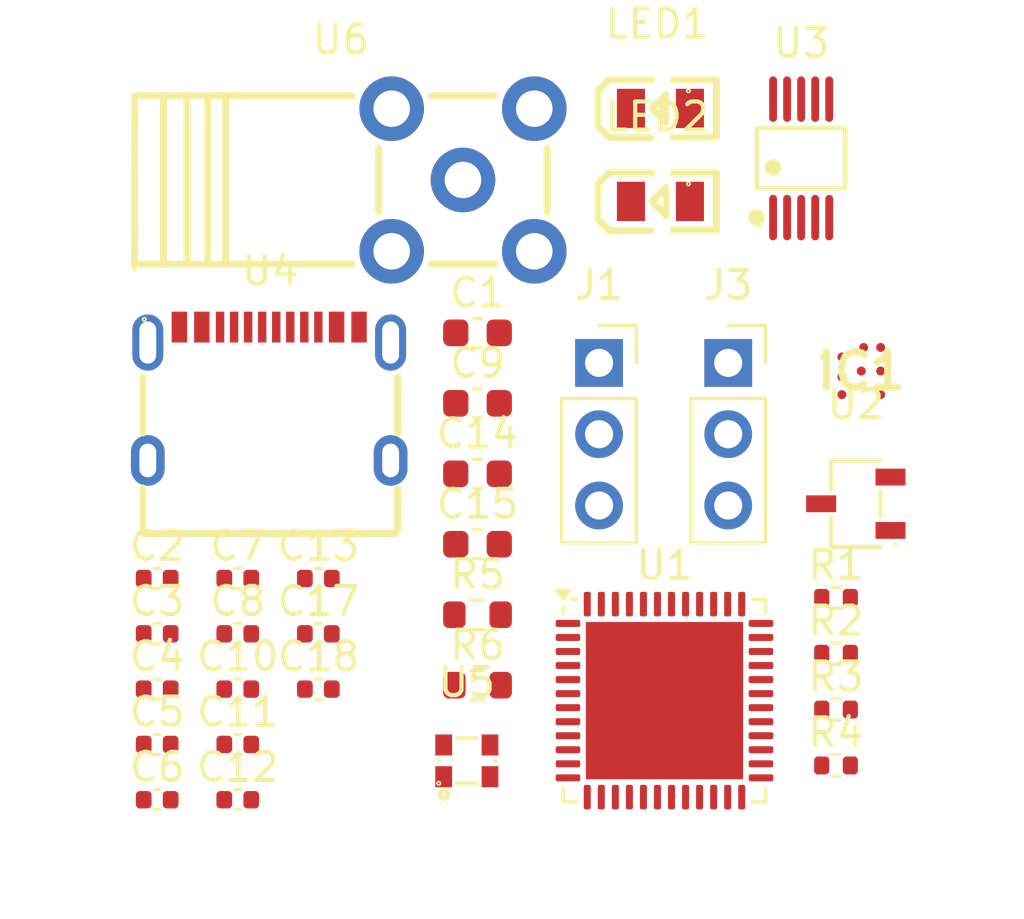
<source format=kicad_pcb>
(kicad_pcb (version 20240108) (generator "pcbnew") (generator_version "8.0")
  (layers (0 "F.Cu" signal) (31 "B.Cu" signal) (34 "B.Paste" user) (35 "F.Paste" user) (36 "B.SilkS" user "B.Silkscreen") (37 "F.SilkS" user "F.Silkscreen") (38 "B.Mask" user) (39 "F.Mask" user) (44 "Edge.Cuts" user))
  (net 0 "")
  (net 1 "+1V5")
  (net 2 "GND")
  (net 3 "+3.3V")
  (net 4 "/RESET")
  (net 5 "+5V")
  (net 6 "/PB0-VDD_TCXO")
  (net 7 "Net-(C18-Pad1)")
  (net 8 "/OSC_IN")
  (net 11 "/RFI-")
  (net 12 "Net-(IC1-RFI_IN)")
  (net 13 "/RFI+")
  (net 14 "/JTCK{slash}SWCLK")
  (net 15 "/JTMS{slash}SWDIO")
  (net 16 "/USART1_TX")
  (net 17 "/USART1_RX")
  (net 18 "Net-(LED1-A)")
  (net 19 "Net-(LED2-A)")
  (net 20 "Net-(U4-CC1)")
  (net 21 "Net-(U4-CC2)")
  (net 22 "/BOOT0")
  (net 23 "Net-(U5-OUT)")
  (net 24 "/TIM1_CH1_LED_2")
  (net 25 "/TIM1_CH1_LED_1")
  (net 30 "/USART2_RX")
  (net 38 "/USART2_TX")
  (net 39 "/TIM1_CH2_LED_2")
  (net 54 "USBD+")
  (net 55 "USBD-")
  (footprint "Capacitor_SMD:C_0402_1005Metric" (layer "F.Cu") (at 107.98 99.02)
    (property "Reference" "C12" (at 0 -1.16 0) (layer "F.SilkS"))
    (property "Value" "100nF")
    (fp_line (start -0.107836 -0.36) (end 0.107836 -0.36) (stroke (width 0.12)) (layer "F.SilkS"))
    (fp_line (start -0.107836 0.36) (end 0.107836 0.36) (stroke (width 0.12)) (layer "F.SilkS"))
    (pad "1" smd roundrect (at -0.48 0) (size 0.56 0.62) (layers "F.Cu" "F.Paste" "F.Mask") (net 2 "GND"))
    (pad "2" smd roundrect (at 0.48 0) (size 0.56 0.62) (layers "F.Cu" "F.Paste" "F.Mask") (net 3 "+3.3V"))
  )
  (footprint "jlc:ANT-TH_KH-SMA-K513-G" (layer "F.Cu") (at 116.002025 76.945005)
    (property "Reference" "U6" (at -4.350013 -5 0) (layer "F.SilkS"))
    (property "Value" "KH-SMA-K513-G")
    (fp_line (start -11.7 3) (end -11.7 2.830023) (stroke (width 0.254001)) (layer "F.SilkS"))
    (fp_line (start -11.689992 -2.98001) (end -11.700025 2.830023) (stroke (width 0.254001)) (layer "F.SilkS"))
    (fp_line (start -11.500025 -3) (end -3.947777 -3) (stroke (width 0.254001)) (layer "F.SilkS"))
    (fp_line (start -11.500025 3) (end -11.7 3) (stroke (width 0.254001)) (layer "F.SilkS"))
    (fp_line (start -11.500025 3) (end -3.947777 3) (stroke (width 0.254001)) (layer "F.SilkS"))
    (fp_line (start -11.361468 -3) (end -11.689992 -3) (stroke (width 0.254001)) (layer "F.SilkS"))
    (fp_line (start -10.668021 -3) (end -10.668021 3) (stroke (width 0.254001)) (layer "F.SilkS"))
    (fp_line (start -9.966294 -3) (end -9.573025 -3) (stroke (width 0.254001)) (layer "F.SilkS"))
    (fp_line (start -9.826594 -3) (end -9.826594 3) (stroke (width 0.254001)) (layer "F.SilkS"))
    (fp_line (start -9.089992 -3) (end -9.089992 3) (stroke (width 0.254001)) (layer "F.SilkS"))
    (fp_line (start -8.594717 -3) (end -8.176022 -3) (stroke (width 0.254001)) (layer "F.SilkS"))
    (fp_line (start -8.454991 -3) (end -8.454991 3) (stroke (width 0.254001)) (layer "F.SilkS"))
    (fp_line (start -3 1.132233) (end -3 -1.132233) (stroke (width 0.254001)) (layer "F.SilkS"))
    (fp_line (start -1.132233 -3) (end 1.132233 -3) (stroke (width 0.254001)) (layer "F.SilkS"))
    (fp_line (start 1.132233 3) (end -1.132233 3) (stroke (width 0.254001)) (layer "F.SilkS"))
    (fp_line (start 3 -1.132233) (end 3 1.132233) (stroke (width 0.254001)) (layer "F.SilkS"))
    (fp_circle (center -11.700025 3.180086) (end -11.670053 3.180086) (stroke (width 0.059995)) (fill none) (layer "F.SilkS"))
    (pad "1" thru_hole circle (at -2.540005 2.540005) (size 2.3 2.3) (drill 1.300025) (layers "*.Cu" "*.Mask") (net 2 "GND"))
    (pad "2" thru_hole circle (at -2.540005 -2.540005) (size 2.3 2.3) (drill 1.300025) (layers "*.Cu" "*.Mask") (net 2 "GND"))
    (pad "3" thru_hole circle (at 2.540005 -2.540005) (size 2.3 2.3) (drill 1.300025) (layers "*.Cu" "*.Mask") (net 2 "GND"))
    (pad "4" thru_hole circle (at 2.540005 2.540005) (size 2.3 2.3) (drill 1.300025) (layers "*.Cu" "*.Mask") (net 2 "GND"))
    (pad "5" thru_hole circle (at 0 0) (size 2.3 2.3) (drill 1.300025) (layers "*.Cu" "*.Mask") (net 12 "Net-(IC1-RFI_IN)"))
  )
  (footprint "Capacitor_SMD:C_0603_1608Metric" (layer "F.Cu") (at 116.52 89.92)
    (property "Reference" "C15" (at 0 -1.43 0) (layer "F.SilkS"))
    (property "Value" "1uF")
    (fp_line (start -0.14058 -0.51) (end 0.14058 -0.51) (stroke (width 0.12)) (layer "F.SilkS"))
    (fp_line (start -0.14058 0.51) (end 0.14058 0.51) (stroke (width 0.12)) (layer "F.SilkS"))
    (pad "1" smd roundrect (at -0.775 0) (size 0.9 0.95) (layers "F.Cu" "F.Paste" "F.Mask") (net 5 "+5V"))
    (pad "2" smd roundrect (at 0.775 0) (size 0.9 0.95) (layers "F.Cu" "F.Paste" "F.Mask") (net 2 "GND"))
  )
  (footprint "Connector_PinSocket_2.54mm:PinSocket_1x03_P2.54mm_Vertical" (layer "F.Cu") (at 125.45 83.46)
    (property "Reference" "J3" (at 0 -2.77 0) (layer "F.SilkS"))
    (property "Value" "Conn_01x03_Pin")
    (fp_line (start -1.33 1.27) (end -1.33 6.41) (stroke (width 0.12)) (layer "F.SilkS"))
    (fp_line (start -1.33 1.27) (end 1.33 1.27) (stroke (width 0.12)) (layer "F.SilkS"))
    (fp_line (start -1.33 6.41) (end 1.33 6.41) (stroke (width 0.12)) (layer "F.SilkS"))
    (fp_line (start 0 -1.33) (end 1.33 -1.33) (stroke (width 0.12)) (layer "F.SilkS"))
    (fp_line (start 1.33 -1.33) (end 1.33 0) (stroke (width 0.12)) (layer "F.SilkS"))
    (fp_line (start 1.33 1.27) (end 1.33 6.41) (stroke (width 0.12)) (layer "F.SilkS"))
    (pad "1" thru_hole rect (at 0 0) (size 1.7 1.7) (drill 1) (layers "*.Cu" "*.Mask") (net 2 "GND"))
    (pad "2" thru_hole oval (at 0 2.54) (size 1.7 1.7) (drill 1) (layers "*.Cu" "*.Mask") (net 17 "/USART1_RX"))
    (pad "3" thru_hole oval (at 0 5.08) (size 1.7 1.7) (drill 1) (layers "*.Cu" "*.Mask") (net 16 "/USART1_TX"))
  )
  (footprint "Capacitor_SMD:C_0402_1005Metric" (layer "F.Cu") (at 110.85 93.11)
    (property "Reference" "C17" (at 0 -1.16 0) (layer "F.SilkS"))
    (property "Value" "10nF")
    (fp_line (start -0.107836 -0.36) (end 0.107836 -0.36) (stroke (width 0.12)) (layer "F.SilkS"))
    (fp_line (start -0.107836 0.36) (end 0.107836 0.36) (stroke (width 0.12)) (layer "F.SilkS"))
    (pad "1" smd roundrect (at -0.48 0) (size 0.56 0.62) (layers "F.Cu" "F.Paste" "F.Mask") (net 2 "GND"))
    (pad "2" smd roundrect (at 0.48 0) (size 0.56 0.62) (layers "F.Cu" "F.Paste" "F.Mask") (net 6 "/PB0-VDD_TCXO"))
  )
  (footprint "jlc:USB-C-SMD_TYPE-C-6PIN-2MD-073" (layer "F.Cu") (at 109.099994 84.560032)
    (property "Reference" "U4" (at 0.036081 -4.375032 0) (layer "F.SilkS"))
    (property "Value" "TYPE-C_16PIN_2MD(073)")
    (fp_line (start -4.499924 1.393828) (end -4.499924 -0.593904) (stroke (width 0.254001)) (layer "F.SilkS"))
    (fp_line (start -4.499924 4.974981) (end -4.499924 3.356134) (stroke (width 0.254001)) (layer "F.SilkS"))
    (fp_line (start 4.500076 4.974981) (end -4.499924 4.974981) (stroke (width 0.254001)) (layer "F.SilkS"))
    (fp_line (start 4.572085 1.396952) (end 4.572085 -0.597003) (stroke (width 0.254001)) (layer "F.SilkS"))
    (fp_line (start 4.572085 4.825984) (end 4.572085 3.35301) (stroke (width 0.254001)) (layer "F.SilkS"))
    (fp_circle (center -4.449962 -2.649098) (end -4.41999 -2.649098) (stroke (width 0.059995)) (fill none) (layer "F.SilkS"))
    (pad "" np_thru_hole circle (at -2.889891 -1.304928) (size 0.700025 0.700025) (drill 0.700025) (layers "*.Cu" "*.Mask"))
    (pad "" np_thru_hole circle (at 2.890145 -1.304928) (size 0.700025 0.700025) (drill 0.700025) (layers "*.Cu" "*.Mask"))
    (pad "1" smd rect (at -3.200025 -2.375032) (size 0.550013 1.1) (layers "F.Cu" "F.Paste" "F.Mask") (net 2 "GND"))
    (pad "2" smd rect (at -2.399924 -2.375032) (size 0.550013 1.1) (layers "F.Cu" "F.Paste" "F.Mask") (net 5 "+5V"))
    (pad "3" smd rect (at -1.749936 -2.375032) (size 0.3 1.1) (layers "F.Cu" "F.Paste" "F.Mask"))
    (pad "4" smd rect (at -1.249809 -2.375032) (size 0.3 1.1) (layers "F.Cu" "F.Paste" "F.Mask") (net 20 "Net-(U4-CC1)"))
    (pad "5" smd rect (at -0.749936 -2.375032) (size 0.3 1.1) (layers "F.Cu" "F.Paste" "F.Mask") (net 55 "USBD-"))
    (pad "6" smd rect (at -0.250064 -2.375032) (size 0.3 1.1) (layers "F.Cu" "F.Paste" "F.Mask") (net 54 "USBD+"))
    (pad "7" smd rect (at 0.250064 -2.375032) (size 0.3 1.1) (layers "F.Cu" "F.Paste" "F.Mask") (net 55 "USBD-"))
    (pad "8" smd rect (at 0.749936 -2.375032) (size 0.3 1.1) (layers "F.Cu" "F.Paste" "F.Mask") (net 54 "USBD+"))
    (pad "9" smd rect (at 1.250064 -2.375032) (size 0.3 1.1) (layers "F.Cu" "F.Paste" "F.Mask"))
    (pad "10" smd rect (at 1.750191 -2.375032) (size 0.3 1.1) (layers "F.Cu" "F.Paste" "F.Mask") (net 21 "Net-(U4-CC2)"))
    (pad "11" smd rect (at 2.400178 -2.375032) (size 0.550013 1.1) (layers "F.Cu" "F.Paste" "F.Mask") (net 5 "+5V"))
    (pad "12" smd rect (at 3.200025 -2.375032) (size 0.550013 1.1) (layers "F.Cu" "F.Paste" "F.Mask") (net 2 "GND"))
    (pad "13" thru_hole oval (at -4.324994 -1.825121) (size 1.1 2) (drill oval 0.6 1.5) (layers "*.Cu" "*.Mask"))
    (pad "13" thru_hole oval (at -4.324994 2.375032) (size 1.2 1.8) (drill oval 0.6 1.2) (layers "*.Cu" "*.Mask"))
    (pad "14" thru_hole oval (at 4.324994 -1.825121) (size 1.1 2) (drill oval 0.6 1.500025) (layers "*.Cu" "*.Mask"))
    (pad "14" thru_hole oval (at 4.324994 2.375032) (size 1.2 1.8) (drill oval 0.6 1.2) (layers "*.Cu" "*.Mask"))
  )
  (footprint "Capacitor_SMD:C_0402_1005Metric" (layer "F.Cu") (at 105.11 93.11)
    (property "Reference" "C3" (at 0 -1.16 0) (layer "F.SilkS"))
    (property "Value" "100nF")
    (fp_line (start -0.107836 -0.36) (end 0.107836 -0.36) (stroke (width 0.12)) (layer "F.SilkS"))
    (fp_line (start -0.107836 0.36) (end 0.107836 0.36) (stroke (width 0.12)) (layer "F.SilkS"))
    (pad "1" smd roundrect (at -0.48 0) (size 0.56 0.62) (layers "F.Cu" "F.Paste" "F.Mask") (net 3 "+3.3V"))
    (pad "2" smd roundrect (at 0.48 0) (size 0.56 0.62) (layers "F.Cu" "F.Paste" "F.Mask") (net 2 "GND"))
  )
  (footprint "jlc:MSOP-10_L3.0-W3.0-P0.50-LS5.0-BL" (layer "F.Cu") (at 128.047443 76.17499)
    (property "Reference" "U3" (at 0 -4.109982 0) (layer "F.SilkS"))
    (property "Value" "CH340X")
    (fp_line (start -1.5762 -1.0714) (end 1.5762 -1.0714) (stroke (width 0.1524)) (layer "F.SilkS"))
    (fp_line (start -1.5762 1.0714) (end -1.5762 -1.0714) (stroke (width 0.1524)) (layer "F.SilkS"))
    (fp_line (start 1.5762 -1.0714) (end 1.5762 1.0714) (stroke (width 0.1524)) (layer "F.SilkS"))
    (fp_line (start 1.5762 1.0714) (end -1.5762 1.0714) (stroke (width 0.1524)) (layer "F.SilkS"))
    (fp_circle (center -1.592329 2.109982) (end -1.442215 2.109982) (stroke (width 0.3)) (fill none) (layer "F.SilkS"))
    (fp_circle (center -1.499873 2.450089) (end -1.469901 2.450089) (stroke (width 0.059995)) (fill none) (layer "F.SilkS"))
    (fp_circle (center -1 0.319025) (end -0.849886 0.319025) (stroke (width 0.3)) (fill none) (layer "F.SilkS"))
    (pad "1" smd oval (at -1 2.109982) (size 0.28001 1.620015) (layers "F.Cu" "F.Paste" "F.Mask") (net 54 "USBD+"))
    (pad "2" smd oval (at -0.499873 2.109982) (size 0.28001 1.620015) (layers "F.Cu" "F.Paste" "F.Mask") (net 55 "USBD-"))
    (pad "3" smd oval (at 0 2.109982) (size 0.28001 1.620015) (layers "F.Cu" "F.Paste" "F.Mask") (net 2 "GND"))
    (pad "4" smd oval (at 0.500127 2.109982) (size 0.28001 1.620015) (layers "F.Cu" "F.Paste" "F.Mask") (net 4 "/RESET"))
    (pad "5" smd oval (at 1 2.109982) (size 0.28001 1.620015) (layers "F.Cu" "F.Paste" "F.Mask"))
    (pad "6" smd oval (at 1 -2.109982) (size 0.28001 1.620015) (layers "F.Cu" "F.Paste" "F.Mask") (net 22 "/BOOT0"))
    (pad "7" smd oval (at 0.500127 -2.109982) (size 0.28001 1.620015) (layers "F.Cu" "F.Paste" "F.Mask") (net 3 "+3.3V"))
    (pad "8" smd oval (at 0 -2.109982) (size 0.28001 1.620015) (layers "F.Cu" "F.Paste" "F.Mask") (net 30 "/USART2_RX"))
    (pad "9" smd oval (at -0.499873 -2.109982) (size 0.28001 1.620015) (layers "F.Cu" "F.Paste" "F.Mask") (net 38 "/USART2_TX"))
    (pad "10" smd oval (at -1 -2.109982) (size 0.28001 1.620015) (layers "F.Cu" "F.Paste" "F.Mask") (net 3 "+3.3V"))
  )
  (footprint "Resistor_SMD:R_0402_1005Metric" (layer "F.Cu") (at 129.29 91.83)
    (property "Reference" "R1" (at 0 -1.17 0) (layer "F.SilkS"))
    (property "Value" "5.1k")
    (fp_line (start -0.153641 -0.38) (end 0.153641 -0.38) (stroke (width 0.12)) (layer "F.SilkS"))
    (fp_line (start -0.153641 0.38) (end 0.153641 0.38) (stroke (width 0.12)) (layer "F.SilkS"))
    (pad "1" smd roundrect (at -0.51 0) (size 0.54 0.64) (layers "F.Cu" "F.Paste" "F.Mask") (net 2 "GND"))
    (pad "2" smd roundrect (at 0.51 0) (size 0.54 0.64) (layers "F.Cu" "F.Paste" "F.Mask") (net 20 "Net-(U4-CC1)"))
  )
  (footprint "Capacitor_SMD:C_0603_1608Metric" (layer "F.Cu") (at 116.52 84.9)
    (property "Reference" "C9" (at 0 -1.43 0) (layer "F.SilkS"))
    (property "Value" "4.7uF")
    (fp_line (start -0.14058 -0.51) (end 0.14058 -0.51) (stroke (width 0.12)) (layer "F.SilkS"))
    (fp_line (start -0.14058 0.51) (end 0.14058 0.51) (stroke (width 0.12)) (layer "F.SilkS"))
    (pad "1" smd roundrect (at -0.775 0) (size 0.9 0.95) (layers "F.Cu" "F.Paste" "F.Mask") (net 3 "+3.3V"))
    (pad "2" smd roundrect (at 0.775 0) (size 0.9 0.95) (layers "F.Cu" "F.Paste" "F.Mask") (net 2 "GND"))
  )
  (footprint "Resistor_SMD:R_0402_1005Metric" (layer "F.Cu") (at 129.29 93.82)
    (property "Reference" "R2" (at 0 -1.17 0) (layer "F.SilkS"))
    (property "Value" "5.1k")
    (fp_line (start -0.153641 -0.38) (end 0.153641 -0.38) (stroke (width 0.12)) (layer "F.SilkS"))
    (fp_line (start -0.153641 0.38) (end 0.153641 0.38) (stroke (width 0.12)) (layer "F.SilkS"))
    (pad "1" smd roundrect (at -0.51 0) (size 0.54 0.64) (layers "F.Cu" "F.Paste" "F.Mask") (net 2 "GND"))
    (pad "2" smd roundrect (at 0.51 0) (size 0.54 0.64) (layers "F.Cu" "F.Paste" "F.Mask") (net 21 "Net-(U4-CC2)"))
  )
  (footprint "jlc:OSC-SMD_4P-L2.0-W1.6-BL_EPSON_TG-5006CJ-19H" (layer "F.Cu") (at 116.139994 97.63503)
    (property "Reference" "U5" (at 0 -2.8 0) (layer "F.SilkS"))
    (property "Value" "X1G004131004200")
    (fp_line (start -1 0.009855) (end -1 -0.009855) (stroke (width 0.152)) (layer "F.SilkS"))
    (fp_line (start -0.344856 -0.8) (end 0.344856 -0.8) (stroke (width 0.152)) (layer "F.SilkS"))
    (fp_line (start 0.344856 0.8) (end -0.344856 0.8) (stroke (width 0.152)) (layer "F.SilkS"))
    (fp_line (start 1 -0.009855) (end 1 0.009855) (stroke (width 0.152)) (layer "F.SilkS"))
    (fp_circle (center -0.999695 0.800254) (end -0.969698 0.800254) (stroke (width 0.059995)) (fill none) (layer "F.SilkS"))
    (fp_circle (center -0.810008 1.200025) (end -0.739903 1.200025) (stroke (width 0.151994)) (fill none) (layer "F.SilkS"))
    (pad "1" smd rect (at -0.824994 0.565024 90) (size 0.750013 0.6) (layers "F.Cu" "F.Paste" "F.Mask"))
    (pad "2" smd rect (at 0.824994 0.565024 90) (size 0.750013 0.6) (layers "F.Cu" "F.Paste" "F.Mask") (net 2 "GND"))
    (pad "3" smd rect (at 0.824994 -0.565024 90) (size 0.750013 0.6) (layers "F.Cu" "F.Paste" "F.Mask") (net 23 "Net-(U5-OUT)"))
    (pad "4" smd rect (at -0.824994 -0.565024 90) (size 0.750013 0.6) (layers "F.Cu" "F.Paste" "F.Mask") (net 6 "/PB0-VDD_TCXO"))
  )
  (footprint "Capacitor_SMD:C_0402_1005Metric" (layer "F.Cu") (at 107.98 91.14)
    (property "Reference" "C7" (at 0 -1.16 0) (layer "F.SilkS"))
    (property "Value" "100nF")
    (fp_line (start -0.107836 -0.36) (end 0.107836 -0.36) (stroke (width 0.12)) (layer "F.SilkS"))
    (fp_line (start -0.107836 0.36) (end 0.107836 0.36) (stroke (width 0.12)) (layer "F.SilkS"))
    (pad "1" smd roundrect (at -0.48 0) (size 0.56 0.62) (layers "F.Cu" "F.Paste" "F.Mask") (net 3 "+3.3V"))
    (pad "2" smd roundrect (at 0.48 0) (size 0.56 0.62) (layers "F.Cu" "F.Paste" "F.Mask") (net 2 "GND"))
  )
  (footprint "jlc:LED0805-R-RD" (layer "F.Cu") (at 123.035774 74.396732)
    (property "Reference" "LED1" (at -0.11557 -3.014732 0) (layer "F.SilkS"))
    (property "Value" "0805G_(Green)")
    (fp_line (start -2.223774 -0.633731) (end -1.842774 -1.014732) (stroke (width 0.254001)) (layer "F.SilkS"))
    (fp_line (start -2.223774 0.636271) (end -2.223774 -0.633731) (stroke (width 0.254001)) (layer "F.SilkS"))
    (fp_line (start -1.842774 -1.014732) (end -0.318771 -1.014732) (stroke (width 0.254001)) (layer "F.SilkS"))
    (fp_line (start -1.817374 1.042672) (end -2.223774 0.636271) (stroke (width 0.254001)) (layer "F.SilkS"))
    (fp_line (start -0.344171 1.042672) (end -1.817374 1.042672) (stroke (width 0.254001)) (layer "F.SilkS"))
    (fp_line (start -0.3 0) (end -0.2 0.100254) (stroke (width 0.254001)) (layer "F.SilkS"))
    (fp_line (start -0.2 -0.1) (end -0.3 0) (stroke (width 0.254001)) (layer "F.SilkS"))
    (fp_line (start -0.2 0.100254) (end 0.2 0.500254) (stroke (width 0.254001)) (layer "F.SilkS"))
    (fp_line (start 0.2 -0.5) (end -0.2 -0.1) (stroke (width 0.254001)) (layer "F.SilkS"))
    (fp_line (start 0.2 -0.5) (end 0.2 0.500254) (stroke (width 0.254001)) (layer "F.SilkS"))
    (fp_line (start 0.443231 1.017272) (end 1.992634 1.017272) (stroke (width 0.254001)) (layer "F.SilkS"))
    (fp_line (start 1.992634 -1.014732) (end 0.443231 -1.014732) (stroke (width 0.254001)) (layer "F.SilkS"))
    (fp_line (start 1.992634 1.017272) (end 1.992634 -1.014732) (stroke (width 0.254001)) (layer "F.SilkS"))
    (fp_circle (center 1 -0.625095) (end 1.029972 -0.625095) (stroke (width 0.059995)) (fill none) (layer "F.SilkS"))
    (pad "1" smd rect (at 1.050292 0 180) (size 1 1.399543) (layers "F.Cu" "F.Paste" "F.Mask") (net 18 "Net-(LED1-A)"))
    (pad "2" smd rect (at -1.050292 0 180) (size 1 1.399543) (layers "F.Cu" "F.Paste" "F.Mask") (net 2 "GND"))
  )
  (footprint "Capacitor_SMD:C_0402_1005Metric" (layer "F.Cu") (at 110.85 95.08)
    (property "Reference" "C18" (at 0 -1.16 0) (layer "F.SilkS"))
    (property "Value" "10pF")
    (fp_line (start -0.107836 -0.36) (end 0.107836 -0.36) (stroke (width 0.12)) (layer "F.SilkS"))
    (fp_line (start -0.107836 0.36) (end 0.107836 0.36) (stroke (width 0.12)) (layer "F.SilkS"))
    (pad "1" smd roundrect (at -0.48 0) (size 0.56 0.62) (layers "F.Cu" "F.Paste" "F.Mask") (net 7 "Net-(C18-Pad1)"))
    (pad "2" smd roundrect (at 0.48 0) (size 0.56 0.62) (layers "F.Cu" "F.Paste" "F.Mask") (net 8 "/OSC_IN"))
  )
  (footprint "Capacitor_SMD:C_0402_1005Metric" (layer "F.Cu") (at 105.11 95.08)
    (property "Reference" "C4" (at 0 -1.16 0) (layer "F.SilkS"))
    (property "Value" "100nF")
    (fp_line (start -0.107836 -0.36) (end 0.107836 -0.36) (stroke (width 0.12)) (layer "F.SilkS"))
    (fp_line (start -0.107836 0.36) (end 0.107836 0.36) (stroke (width 0.12)) (layer "F.SilkS"))
    (pad "1" smd roundrect (at -0.48 0) (size 0.56 0.62) (layers "F.Cu" "F.Paste" "F.Mask") (net 3 "+3.3V"))
    (pad "2" smd roundrect (at 0.48 0) (size 0.56 0.62) (layers "F.Cu" "F.Paste" "F.Mask") (net 2 "GND"))
  )
  (footprint "Capacitor_SMD:C_0402_1005Metric" (layer "F.Cu") (at 107.98 95.08)
    (property "Reference" "C10" (at 0 -1.16 0) (layer "F.SilkS"))
    (property "Value" "100nF")
    (fp_line (start -0.107836 -0.36) (end 0.107836 -0.36) (stroke (width 0.12)) (layer "F.SilkS"))
    (fp_line (start -0.107836 0.36) (end 0.107836 0.36) (stroke (width 0.12)) (layer "F.SilkS"))
    (pad "1" smd roundrect (at -0.48 0) (size 0.56 0.62) (layers "F.Cu" "F.Paste" "F.Mask") (net 2 "GND"))
    (pad "2" smd roundrect (at 0.48 0) (size 0.56 0.62) (layers "F.Cu" "F.Paste" "F.Mask") (net 3 "+3.3V"))
  )
  (footprint "Capacitor_SMD:C_0402_1005Metric" (layer "F.Cu") (at 105.11 99.02)
    (property "Reference" "C6" (at 0 -1.16 0) (layer "F.SilkS"))
    (property "Value" "100nF")
    (fp_line (start -0.107836 -0.36) (end 0.107836 -0.36) (stroke (width 0.12)) (layer "F.SilkS"))
    (fp_line (start -0.107836 0.36) (end 0.107836 0.36) (stroke (width 0.12)) (layer "F.SilkS"))
    (pad "1" smd roundrect (at -0.48 0) (size 0.56 0.62) (layers "F.Cu" "F.Paste" "F.Mask") (net 3 "+3.3V"))
    (pad "2" smd roundrect (at 0.48 0) (size 0.56 0.62) (layers "F.Cu" "F.Paste" "F.Mask") (net 2 "GND"))
  )
  (footprint "Capacitor_SMD:C_0402_1005Metric" (layer "F.Cu") (at 107.98 97.05)
    (property "Reference" "C11" (at 0 -1.16 0) (layer "F.SilkS"))
    (property "Value" "100nF")
    (fp_line (start -0.107836 -0.36) (end 0.107836 -0.36) (stroke (width 0.12)) (layer "F.SilkS"))
    (fp_line (start -0.107836 0.36) (end 0.107836 0.36) (stroke (width 0.12)) (layer "F.SilkS"))
    (pad "1" smd roundrect (at -0.48 0) (size 0.56 0.62) (layers "F.Cu" "F.Paste" "F.Mask") (net 3 "+3.3V"))
    (pad "2" smd roundrect (at 0.48 0) (size 0.56 0.62) (layers "F.Cu" "F.Paste" "F.Mask") (net 2 "GND"))
  )
  (footprint "jlc:BALFHBWL02D3" (layer "F.Cu") (at 130.19 83.25)
    (property "Reference" "IC1" (at 0 0.5 0) (layer "F.SilkS") (effects (font (size 1.27 1.27) (thickness 0.254))))
    (property "Value" "BALFHB-WL-02D3" (hide yes))
    (fp_line (start -1.4 -0.05) (end -1.4 -0.05) (stroke (width 0.1)) (layer "F.SilkS"))
    (fp_line (start -1.4 0.05) (end -1.4 0.05) (stroke (width 0.1)) (layer "F.SilkS"))
    (fp_arc (start -1.4 -0.05) (mid -1.35 0) (end -1.4 0.05) (stroke (width 0.1)) (layer "F.SilkS"))
    (fp_arc (start -1.4 0.05) (mid -1.45 0) (end -1.4 -0.05) (stroke (width 0.1)) (layer "F.SilkS"))
    (pad "A1" smd circle (at -0.69 0 90) (size 0.32 0.32) (layers "F.Cu" "F.Paste" "F.Mask"))
    (pad "A2" smd circle (at -0.69 0.71 90) (size 0.32 0.32) (layers "F.Cu" "F.Paste" "F.Mask") (net 11 "/RFI-"))
    (pad "A3" smd circle (at -0.69 1.34 90) (size 0.32 0.32) (layers "F.Cu" "F.Paste" "F.Mask") (net 13 "/RFI+"))
    (pad "B1" smd circle (at 0.085 -0.34 90) (size 0.32 0.32) (layers "F.Cu" "F.Paste" "F.Mask") (net 2 "GND"))
    (pad "B2" smd circle (at 0 0.5 90) (size 0.32 0.32) (layers "F.Cu" "F.Paste" "F.Mask") (net 2 "GND"))
    (pad "C1" smd circle (at 0.69 -0.34 90) (size 0.32 0.32) (layers "F.Cu" "F.Paste" "F.Mask"))
    (pad "C2" smd circle (at 0.69 0.5 90) (size 0.32 0.32) (layers "F.Cu" "F.Paste" "F.Mask") (net 2 "GND"))
    (pad "C3" smd circle (at 0.69 1.34 90) (size 0.32 0.32) (layers "F.Cu" "F.Paste" "F.Mask") (net 12 "Net-(IC1-RFI_IN)"))
  )
  (footprint "Capacitor_SMD:C_0402_1005Metric" (layer "F.Cu") (at 107.98 93.11)
    (property "Reference" "C8" (at 0 -1.16 0) (layer "F.SilkS"))
    (property "Value" "100nF")
    (fp_line (start -0.107836 -0.36) (end 0.107836 -0.36) (stroke (width 0.12)) (layer "F.SilkS"))
    (fp_line (start -0.107836 0.36) (end 0.107836 0.36) (stroke (width 0.12)) (layer "F.SilkS"))
    (pad "1" smd roundrect (at -0.48 0) (size 0.56 0.62) (layers "F.Cu" "F.Paste" "F.Mask") (net 3 "+3.3V"))
    (pad "2" smd roundrect (at 0.48 0) (size 0.56 0.62) (layers "F.Cu" "F.Paste" "F.Mask") (net 2 "GND"))
  )
  (footprint "jlc:SOT-23-3_L2.9-W1.6-P1.90-LS2.8-BR" (layer "F.Cu") (at 129.995078 88.477395)
    (property "Reference" "U2" (at 0 -3.536195 0) (layer "F.SilkS"))
    (property "Value" "XC6206P332MR")
    (fp_line (start -0.876327 -1.536195) (end -0.876327 -0.49459) (stroke (width 0.1524)) (layer "F.SilkS"))
    (fp_line (start -0.876327 1.536195) (end -0.876327 0.49459) (stroke (width 0.1524)) (layer "F.SilkS"))
    (fp_line (start 0.876073 -1.536195) (end -0.876327 -1.536195) (stroke (width 0.1524)) (layer "F.SilkS"))
    (fp_line (start 0.876073 -0.455398) (end 0.876073 0.455398) (stroke (width 0.1524)) (layer "F.SilkS"))
    (fp_line (start 0.876073 1.536195) (end -0.876327 1.536195) (stroke (width 0.1524)) (layer "F.SilkS"))
    (fp_circle (center 1.399873 1.459995) (end 1.42987 1.459995) (stroke (width 0.059995)) (fill none) (layer "F.SilkS"))
    (pad "1" smd rect (at 1.235077 0.949962) (size 1.070003 0.6) (layers "F.Cu" "F.Paste" "F.Mask") (net 2 "GND"))
    (pad "2" smd rect (at 1.235077 -0.949962) (size 1.070003 0.6) (layers "F.Cu" "F.Paste" "F.Mask") (net 5 "+5V"))
    (pad "3" smd rect (at -1.235077 0) (size 1.070003 0.6) (layers "F.Cu" "F.Paste" "F.Mask") (net 3 "+3.3V"))
  )
  (footprint "Capacitor_SMD:C_0603_1608Metric" (layer "F.Cu") (at 116.52 87.41)
    (property "Reference" "C14" (at 0 -1.43 0) (layer "F.SilkS"))
    (property "Value" "1uF")
    (fp_line (start -0.14058 -0.51) (end 0.14058 -0.51) (stroke (width 0.12)) (layer "F.SilkS"))
    (fp_line (start -0.14058 0.51) (end 0.14058 0.51) (stroke (width 0.12)) (layer "F.SilkS"))
    (pad "1" smd roundrect (at -0.775 0) (size 0.9 0.95) (layers "F.Cu" "F.Paste" "F.Mask") (net 3 "+3.3V"))
    (pad "2" smd roundrect (at 0.775 0) (size 0.9 0.95) (layers "F.Cu" "F.Paste" "F.Mask") (net 2 "GND"))
  )
  (footprint "Package_DFN_QFN:QFN-48-1EP_7x7mm_P0.5mm_EP5.6x5.6mm" (layer "F.Cu") (at 123.18 95.49)
    (property "Reference" "U1" (at 0 -4.83 0) (layer "F.SilkS"))
    (property "Value" "STM32WLE5C8Ux")
    (fp_line (start -3.61 -3.135) (end -3.61 -3.37) (stroke (width 0.12)) (layer "F.SilkS"))
    (fp_line (start -3.61 3.61) (end -3.61 3.135) (stroke (width 0.12)) (layer "F.SilkS"))
    (fp_line (start -3.135 -3.61) (end -3.31 -3.61) (stroke (width 0.12)) (layer "F.SilkS"))
    (fp_line (start -3.135 3.61) (end -3.61 3.61) (stroke (width 0.12)) (layer "F.SilkS"))
    (fp_line (start 3.135 -3.61) (end 3.61 -3.61) (stroke (width 0.12)) (layer "F.SilkS"))
    (fp_line (start 3.135 3.61) (end 3.61 3.61) (stroke (width 0.12)) (layer "F.SilkS"))
    (fp_line (start 3.61 -3.61) (end 3.61 -3.135) (stroke (width 0.12)) (layer "F.SilkS"))
    (fp_line (start 3.61 3.61) (end 3.61 3.135) (stroke (width 0.12)) (layer "F.SilkS"))
    (fp_poly (pts (xy -3.61 -3.61) (xy -3.85 -3.94) (xy -3.37 -3.94) (xy -3.61 -3.61)) (stroke (width 0.12)) (fill solid) (layer "F.SilkS"))
    (pad "1" smd roundrect (at -3.4375 -2.75) (size 0.875 0.25) (layers "F.Cu" "F.Paste" "F.Mask"))
    (pad "2" smd roundrect (at -3.4375 -2.25) (size 0.875 0.25) (layers "F.Cu" "F.Paste" "F.Mask"))
    (pad "3" smd roundrect (at -3.4375 -1.75) (size 0.875 0.25) (layers "F.Cu" "F.Paste" "F.Mask"))
    (pad "4" smd roundrect (at -3.4375 -1.25) (size 0.875 0.25) (layers "F.Cu" "F.Paste" "F.Mask") (net 16 "/USART1_TX"))
    (pad "5" smd roundrect (at -3.4375 -0.75) (size 0.875 0.25) (layers "F.Cu" "F.Paste" "F.Mask") (net 17 "/USART1_RX"))
    (pad "6" smd roundrect (at -3.4375 -0.25) (size 0.875 0.25) (layers "F.Cu" "F.Paste" "F.Mask"))
    (pad "7" smd roundrect (at -3.4375 0.25) (size 0.875 0.25) (layers "F.Cu" "F.Paste" "F.Mask"))
    (pad "8" smd roundrect (at -3.4375 0.75) (size 0.875 0.25) (layers "F.Cu" "F.Paste" "F.Mask"))
    (pad "9" smd roundrect (at -3.4375 1.25) (size 0.875 0.25) (layers "F.Cu" "F.Paste" "F.Mask") (net 38 "/USART2_TX"))
    (pad "10" smd roundrect (at -3.4375 1.75) (size 0.875 0.25) (layers "F.Cu" "F.Paste" "F.Mask") (net 30 "/USART2_RX"))
    (pad "11" smd roundrect (at -3.4375 2.25) (size 0.875 0.25) (layers "F.Cu" "F.Paste" "F.Mask") (net 3 "+3.3V"))
    (pad "12" smd roundrect (at -3.4375 2.75) (size 0.875 0.25) (layers "F.Cu" "F.Paste" "F.Mask"))
    (pad "13" smd roundrect (at -2.75 3.4375) (size 0.25 0.875) (layers "F.Cu" "F.Paste" "F.Mask"))
    (pad "14" smd roundrect (at -2.25 3.4375) (size 0.25 0.875) (layers "F.Cu" "F.Paste" "F.Mask"))
    (pad "15" smd roundrect (at -1.75 3.4375) (size 0.25 0.875) (layers "F.Cu" "F.Paste" "F.Mask"))
    (pad "16" smd roundrect (at -1.25 3.4375) (size 0.25 0.875) (layers "F.Cu" "F.Paste" "F.Mask") (net 25 "/TIM1_CH1_LED_1"))
    (pad "17" smd roundrect (at -0.75 3.4375) (size 0.25 0.875) (layers "F.Cu" "F.Paste" "F.Mask") (net 39 "/TIM1_CH2_LED_2"))
    (pad "18" smd roundrect (at -0.25 3.4375) (size 0.25 0.875) (layers "F.Cu" "F.Paste" "F.Mask") (net 4 "/RESET"))
    (pad "19" smd roundrect (at 0.25 3.4375) (size 0.25 0.875) (layers "F.Cu" "F.Paste" "F.Mask") (net 22 "/BOOT0"))
    (pad "20" smd roundrect (at 0.75 3.4375) (size 0.25 0.875) (layers "F.Cu" "F.Paste" "F.Mask") (net 13 "/RFI+"))
    (pad "21" smd roundrect (at 1.25 3.4375) (size 0.25 0.875) (layers "F.Cu" "F.Paste" "F.Mask") (net 11 "/RFI-"))
    (pad "22" smd roundrect (at 1.75 3.4375) (size 0.25 0.875) (layers "F.Cu" "F.Paste" "F.Mask"))
    (pad "23" smd roundrect (at 2.25 3.4375) (size 0.25 0.875) (layers "F.Cu" "F.Paste" "F.Mask"))
    (pad "24" smd roundrect (at 2.75 3.4375) (size 0.25 0.875) (layers "F.Cu" "F.Paste" "F.Mask"))
    (pad "25" smd roundrect (at 3.4375 2.75) (size 0.875 0.25) (layers "F.Cu" "F.Paste" "F.Mask") (net 3 "+3.3V"))
    (pad "26" smd roundrect (at 3.4375 2.25) (size 0.875 0.25) (layers "F.Cu" "F.Paste" "F.Mask") (net 8 "/OSC_IN"))
    (pad "27" smd roundrect (at 3.4375 1.75) (size 0.875 0.25) (layers "F.Cu" "F.Paste" "F.Mask"))
    (pad "28" smd roundrect (at 3.4375 1.25) (size 0.875 0.25) (layers "F.Cu" "F.Paste" "F.Mask") (net 3 "+3.3V"))
    (pad "29" smd roundrect (at 3.4375 0.75) (size 0.875 0.25) (layers "F.Cu" "F.Paste" "F.Mask") (net 1 "+1V5"))
    (pad "30" smd roundrect (at 3.4375 0.25) (size 0.875 0.25) (layers "F.Cu" "F.Paste" "F.Mask") (net 6 "/PB0-VDD_TCXO"))
    (pad "31" smd roundrect (at 3.4375 -0.25) (size 0.875 0.25) (layers "F.Cu" "F.Paste" "F.Mask"))
    (pad "32" smd roundrect (at 3.4375 -0.75) (size 0.875 0.25) (layers "F.Cu" "F.Paste" "F.Mask"))
    (pad "33" smd roundrect (at 3.4375 -1.25) (size 0.875 0.25) (layers "F.Cu" "F.Paste" "F.Mask"))
    (pad "34" smd roundrect (at 3.4375 -1.75) (size 0.875 0.25) (layers "F.Cu" "F.Paste" "F.Mask"))
    (pad "35" smd roundrect (at 3.4375 -2.25) (size 0.875 0.25) (layers "F.Cu" "F.Paste" "F.Mask"))
    (pad "36" smd roundrect (at 3.4375 -2.75) (size 0.875 0.25) (layers "F.Cu" "F.Paste" "F.Mask") (net 15 "/JTMS{slash}SWDIO"))
    (pad "37" smd roundrect (at 2.75 -3.4375) (size 0.25 0.875) (layers "F.Cu" "F.Paste" "F.Mask") (net 3 "+3.3V"))
    (pad "38" smd roundrect (at 2.25 -3.4375) (size 0.25 0.875) (layers "F.Cu" "F.Paste" "F.Mask"))
    (pad "39" smd roundrect (at 1.75 -3.4375) (size 0.25 0.875) (layers "F.Cu" "F.Paste" "F.Mask"))
    (pad "40" smd roundrect (at 1.25 -3.4375) (size 0.25 0.875) (layers "F.Cu" "F.Paste" "F.Mask"))
    (pad "41" smd roundrect (at 0.75 -3.4375) (size 0.25 0.875) (layers "F.Cu" "F.Paste" "F.Mask") (net 3 "+3.3V"))
    (pad "42" smd roundrect (at 0.25 -3.4375) (size 0.25 0.875) (layers "F.Cu" "F.Paste" "F.Mask") (net 14 "/JTCK{slash}SWCLK"))
    (pad "43" smd roundrect (at -0.25 -3.4375) (size 0.25 0.875) (layers "F.Cu" "F.Paste" "F.Mask"))
    (pad "44" smd roundrect (at -0.75 -3.4375) (size 0.25 0.875) (layers "F.Cu" "F.Paste" "F.Mask") (net 3 "+3.3V"))
    (pad "45" smd roundrect (at -1.25 -3.4375) (size 0.25 0.875) (layers "F.Cu" "F.Paste" "F.Mask") (net 1 "+1V5"))
    (pad "46" smd roundrect (at -1.75 -3.4375) (size 0.25 0.875) (layers "F.Cu" "F.Paste" "F.Mask") (net 3 "+3.3V"))
    (pad "47" smd roundrect (at -2.25 -3.4375) (size 0.25 0.875) (layers "F.Cu" "F.Paste" "F.Mask"))
    (pad "48" smd roundrect (at -2.75 -3.4375) (size 0.25 0.875) (layers "F.Cu" "F.Paste" "F.Mask") (net 2 "GND"))
    (pad "49" smd rect (at 0 0) (size 5.6 5.6) (property pad_prop_heatsink) (layers "F.Cu" "F.Mask") (net 2 "GND"))
  )
  (footprint "Resistor_SMD:R_0402_1005Metric" (layer "F.Cu") (at 129.29 95.81)
    (property "Reference" "R3" (at 0 -1.17 0) (layer "F.SilkS"))
    (property "Value" "4.7k")
    (fp_line (start -0.153641 -0.38) (end 0.153641 -0.38) (stroke (width 0.12)) (layer "F.SilkS"))
    (fp_line (start -0.153641 0.38) (end 0.153641 0.38) (stroke (width 0.12)) (layer "F.SilkS"))
    (pad "1" smd roundrect (at -0.51 0) (size 0.54 0.64) (layers "F.Cu" "F.Paste" "F.Mask") (net 2 "GND"))
    (pad "2" smd roundrect (at 0.51 0) (size 0.54 0.64) (layers "F.Cu" "F.Paste" "F.Mask") (net 22 "/BOOT0"))
  )
  (footprint "jlc:LED0805-R-RD" (layer "F.Cu") (at 123.035774 77.708136)
    (property "Reference" "LED2" (at -0.11557 -3.014732 0) (layer "F.SilkS"))
    (property "Value" "0805G_(Green)")
    (fp_line (start -2.223774 -0.633731) (end -1.842774 -1.014732) (stroke (width 0.254001)) (layer "F.SilkS"))
    (fp_line (start -2.223774 0.636271) (end -2.223774 -0.633731) (stroke (width 0.254001)) (layer "F.SilkS"))
    (fp_line (start -1.842774 -1.014732) (end -0.318771 -1.014732) (stroke (width 0.254001)) (layer "F.SilkS"))
    (fp_line (start -1.817374 1.042672) (end -2.223774 0.636271) (stroke (width 0.254001)) (layer "F.SilkS"))
    (fp_line (start -0.344171 1.042672) (end -1.817374 1.042672) (stroke (width 0.254001)) (layer "F.SilkS"))
    (fp_line (start -0.3 0) (end -0.2 0.100254) (stroke (width 0.254001)) (layer "F.SilkS"))
    (fp_line (start -0.2 -0.1) (end -0.3 0) (stroke (width 0.254001)) (layer "F.SilkS"))
    (fp_line (start -0.2 0.100254) (end 0.2 0.500254) (stroke (width 0.254001)) (layer "F.SilkS"))
    (fp_line (start 0.2 -0.5) (end -0.2 -0.1) (stroke (width 0.254001)) (layer "F.SilkS"))
    (fp_line (start 0.2 -0.5) (end 0.2 0.500254) (stroke (width 0.254001)) (layer "F.SilkS"))
    (fp_line (start 0.443231 1.017272) (end 1.992634 1.017272) (stroke (width 0.254001)) (layer "F.SilkS"))
    (fp_line (start 1.992634 -1.014732) (end 0.443231 -1.014732) (stroke (width 0.254001)) (layer "F.SilkS"))
    (fp_line (start 1.992634 1.017272) (end 1.992634 -1.014732) (stroke (width 0.254001)) (layer "F.SilkS"))
    (fp_circle (center 1 -0.625095) (end 1.029972 -0.625095) (stroke (width 0.059995)) (fill none) (layer "F.SilkS"))
    (pad "1" smd rect (at 1.050292 0 180) (size 1 1.399543) (layers "F.Cu" "F.Paste" "F.Mask") (net 19 "Net-(LED2-A)"))
    (pad "2" smd rect (at -1.050292 0 180) (size 1 1.399543) (layers "F.Cu" "F.Paste" "F.Mask") (net 2 "GND"))
  )
  (footprint "Resistor_SMD:R_0402_1005Metric" (layer "F.Cu") (at 129.29 97.8)
    (property "Reference" "R4" (at 0 -1.17 0) (layer "F.SilkS"))
    (property "Value" "220")
    (fp_line (start -0.153641 -0.38) (end 0.153641 -0.38) (stroke (width 0.12)) (layer "F.SilkS"))
    (fp_line (start -0.153641 0.38) (end 0.153641 0.38) (stroke (width 0.12)) (layer "F.SilkS"))
    (pad "1" smd roundrect (at -0.51 0) (size 0.54 0.64) (layers "F.Cu" "F.Paste" "F.Mask") (net 23 "Net-(U5-OUT)"))
    (pad "2" smd roundrect (at 0.51 0) (size 0.54 0.64) (layers "F.Cu" "F.Paste" "F.Mask") (net 7 "Net-(C18-Pad1)"))
  )
  (footprint "Capacitor_SMD:C_0603_1608Metric" (layer "F.Cu") (at 116.52 82.39)
    (property "Reference" "C1" (at 0 -1.43 0) (layer "F.SilkS"))
    (property "Value" "0.47uF")
    (fp_line (start -0.14058 -0.51) (end 0.14058 -0.51) (stroke (width 0.12)) (layer "F.SilkS"))
    (fp_line (start -0.14058 0.51) (end 0.14058 0.51) (stroke (width 0.12)) (layer "F.SilkS"))
    (pad "1" smd roundrect (at -0.775 0) (size 0.9 0.95) (layers "F.Cu" "F.Paste" "F.Mask") (net 2 "GND"))
    (pad "2" smd roundrect (at 0.775 0) (size 0.9 0.95) (layers "F.Cu" "F.Paste" "F.Mask") (net 1 "+1V5"))
  )
  (footprint "Capacitor_SMD:C_0402_1005Metric" (layer "F.Cu") (at 105.11 97.05)
    (property "Reference" "C5" (at 0 -1.16 0) (layer "F.SilkS"))
    (property "Value" "100nF")
    (fp_line (start -0.107836 -0.36) (end 0.107836 -0.36) (stroke (width 0.12)) (layer "F.SilkS"))
    (fp_line (start -0.107836 0.36) (end 0.107836 0.36) (stroke (width 0.12)) (layer "F.SilkS"))
    (pad "1" smd roundrect (at -0.48 0) (size 0.56 0.62) (layers "F.Cu" "F.Paste" "F.Mask") (net 3 "+3.3V"))
    (pad "2" smd roundrect (at 0.48 0) (size 0.56 0.62) (layers "F.Cu" "F.Paste" "F.Mask") (net 2 "GND"))
  )
  (footprint "Resistor_SMD:R_0603_1608Metric" (layer "F.Cu") (at 116.52 92.43)
    (property "Reference" "R5" (at 0 -1.43 0) (layer "F.SilkS"))
    (property "Value" "68")
    (fp_line (start -0.237258 -0.5225) (end 0.237258 -0.5225) (stroke (width 0.12)) (layer "F.SilkS"))
    (fp_line (start -0.237258 0.5225) (end 0.237258 0.5225) (stroke (width 0.12)) (layer "F.SilkS"))
    (pad "1" smd roundrect (at -0.825 0) (size 0.8 0.95) (layers "F.Cu" "F.Paste" "F.Mask") (net 24 "/TIM1_CH1_LED_2"))
    (pad "2" smd roundrect (at 0.825 0) (size 0.8 0.95) (layers "F.Cu" "F.Paste" "F.Mask") (net 19 "Net-(LED2-A)"))
  )
  (footprint "Capacitor_SMD:C_0402_1005Metric" (layer "F.Cu") (at 110.85 91.14)
    (property "Reference" "C13" (at 0 -1.16 0) (layer "F.SilkS"))
    (property "Value" "100nF")
    (fp_line (start -0.107836 -0.36) (end 0.107836 -0.36) (stroke (width 0.12)) (layer "F.SilkS"))
    (fp_line (start -0.107836 0.36) (end 0.107836 0.36) (stroke (width 0.12)) (layer "F.SilkS"))
    (pad "1" smd roundrect (at -0.48 0) (size 0.56 0.62) (layers "F.Cu" "F.Paste" "F.Mask") (net 4 "/RESET"))
    (pad "2" smd roundrect (at 0.48 0) (size 0.56 0.62) (layers "F.Cu" "F.Paste" "F.Mask") (net 2 "GND"))
  )
  (footprint "Connector_PinSocket_2.54mm:PinSocket_1x03_P2.54mm_Vertical" (layer "F.Cu") (at 120.85 83.46)
    (property "Reference" "J1" (at 0 -2.77 0) (layer "F.SilkS"))
    (property "Value" "Conn_01x03_Pin")
    (fp_line (start -1.33 1.27) (end -1.33 6.41) (stroke (width 0.12)) (layer "F.SilkS"))
    (fp_line (start -1.33 1.27) (end 1.33 1.27) (stroke (width 0.12)) (layer "F.SilkS"))
    (fp_line (start -1.33 6.41) (end 1.33 6.41) (stroke (width 0.12)) (layer "F.SilkS"))
    (fp_line (start 0 -1.33) (end 1.33 -1.33) (stroke (width 0.12)) (layer "F.SilkS"))
    (fp_line (start 1.33 -1.33) (end 1.33 0) (stroke (width 0.12)) (layer "F.SilkS"))
    (fp_line (start 1.33 1.27) (end 1.33 6.41) (stroke (width 0.12)) (layer "F.SilkS"))
    (pad "1" thru_hole rect (at 0 0) (size 1.7 1.7) (drill 1) (layers "*.Cu" "*.Mask") (net 2 "GND"))
    (pad "2" thru_hole oval (at 0 2.54) (size 1.7 1.7) (drill 1) (layers "*.Cu" "*.Mask") (net 14 "/JTCK{slash}SWCLK"))
    (pad "3" thru_hole oval (at 0 5.08) (size 1.7 1.7) (drill 1) (layers "*.Cu" "*.Mask") (net 15 "/JTMS{slash}SWDIO"))
  )
  (footprint "Resistor_SMD:R_0603_1608Metric" (layer "F.Cu") (at 116.52 94.94)
    (property "Reference" "R6" (at 0 -1.43 0) (layer "F.SilkS"))
    (property "Value" "68")
    (fp_line (start -0.237258 -0.5225) (end 0.237258 -0.5225) (stroke (width 0.12)) (layer "F.SilkS"))
    (fp_line (start -0.237258 0.5225) (end 0.237258 0.5225) (stroke (width 0.12)) (layer "F.SilkS"))
    (pad "1" smd roundrect (at -0.825 0) (size 0.8 0.95) (layers "F.Cu" "F.Paste" "F.Mask") (net 25 "/TIM1_CH1_LED_1"))
    (pad "2" smd roundrect (at 0.825 0) (size 0.8 0.95) (layers "F.Cu" "F.Paste" "F.Mask") (net 18 "Net-(LED1-A)"))
  )
  (footprint "Capacitor_SMD:C_0402_1005Metric" (layer "F.Cu") (at 105.11 91.14)
    (property "Reference" "C2" (at 0 -1.16 0) (layer "F.SilkS"))
    (property "Value" "33pF")
    (fp_line (start -0.107836 -0.36) (end 0.107836 -0.36) (stroke (width 0.12)) (layer "F.SilkS"))
    (fp_line (start -0.107836 0.36) (end 0.107836 0.36) (stroke (width 0.12)) (layer "F.SilkS"))
    (pad "1" smd roundrect (at -0.48 0) (size 0.56 0.62) (layers "F.Cu" "F.Paste" "F.Mask") (net 1 "+1V5"))
    (pad "2" smd roundrect (at 0.48 0) (size 0.56 0.62) (layers "F.Cu" "F.Paste" "F.Mask") (net 2 "GND"))
  )
)
</source>
